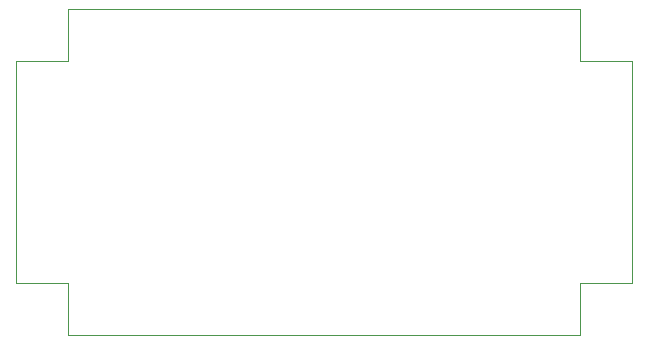
<source format=gm1>
G04 #@! TF.GenerationSoftware,KiCad,Pcbnew,9.0.1*
G04 #@! TF.CreationDate,2025-09-23T20:38:02+02:00*
G04 #@! TF.ProjectId,kostka-smd,6b6f7374-6b61-42d7-936d-642e6b696361,1*
G04 #@! TF.SameCoordinates,Original*
G04 #@! TF.FileFunction,Profile,NP*
%FSLAX46Y46*%
G04 Gerber Fmt 4.6, Leading zero omitted, Abs format (unit mm)*
G04 Created by KiCad (PCBNEW 9.0.1) date 2025-09-23 20:38:02*
%MOMM*%
%LPD*%
G01*
G04 APERTURE LIST*
G04 #@! TA.AperFunction,Profile*
%ADD10C,0.050000*%
G04 #@! TD*
G04 APERTURE END LIST*
D10*
X140600000Y-106200000D02*
X140600000Y-101800000D01*
X188400000Y-101800000D02*
X184000000Y-101800000D01*
X136200000Y-83000000D02*
X136200000Y-101800000D01*
X184000000Y-101800000D02*
X184000000Y-106200000D01*
X188400000Y-83000000D02*
X188400000Y-101800000D01*
X184000000Y-83000000D02*
X188400000Y-83000000D01*
X184000000Y-106200000D02*
X140600000Y-106200000D01*
X136200000Y-83000000D02*
X140600000Y-83000000D01*
X140600000Y-78600000D02*
X184000000Y-78600000D01*
X184000000Y-78600000D02*
X184000000Y-83000000D01*
X140600000Y-83000000D02*
X140600000Y-78600000D01*
X140600000Y-101800000D02*
X136200000Y-101800000D01*
M02*

</source>
